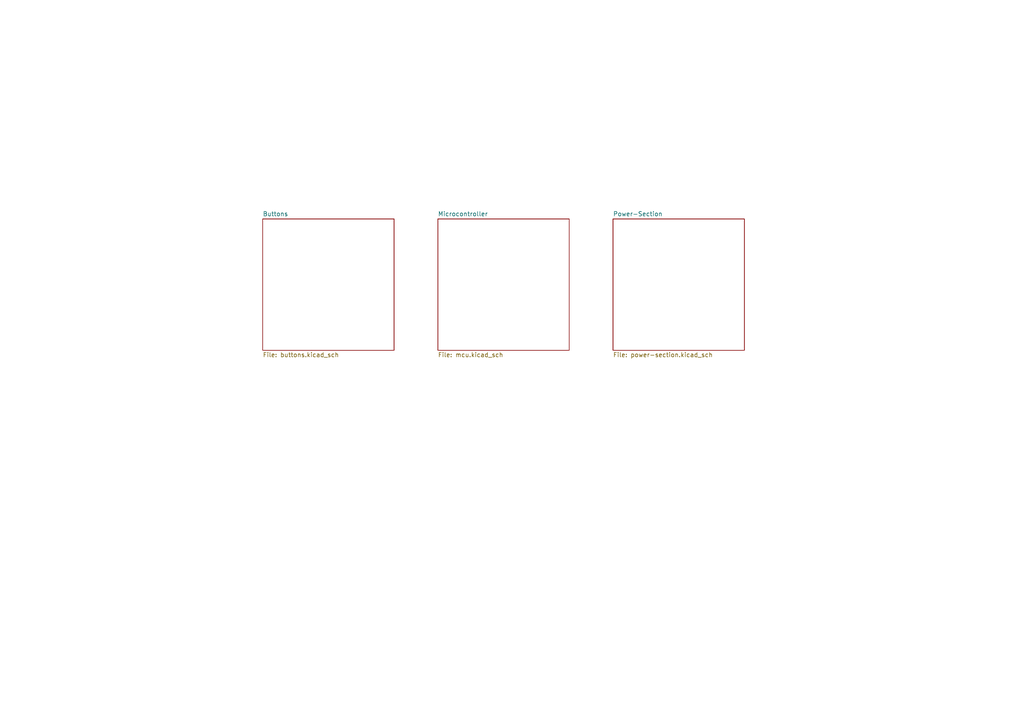
<source format=kicad_sch>
(kicad_sch
	(version 20250114)
	(generator "eeschema")
	(generator_version "9.0")
	(uuid "d0314a4b-dc44-4f98-b737-941b516bac3b")
	(paper "A4")
	(title_block
		(title "Numpad")
		(date "2025-10-28")
		(rev "v2.0")
		(company "Szymon Wąchała")
	)
	(lib_symbols)
	(sheet
		(at 127 63.5)
		(size 38.1 38.1)
		(exclude_from_sim no)
		(in_bom yes)
		(on_board yes)
		(dnp no)
		(fields_autoplaced yes)
		(stroke
			(width 0.1524)
			(type solid)
		)
		(fill
			(color 0 0 0 0.0000)
		)
		(uuid "26f87a3d-6f39-487d-aa3a-b75e820478ad")
		(property "Sheetname" "Microcontroller"
			(at 127 62.7884 0)
			(effects
				(font
					(size 1.27 1.27)
				)
				(justify left bottom)
			)
		)
		(property "Sheetfile" "mcu.kicad_sch"
			(at 127 102.1846 0)
			(effects
				(font
					(size 1.27 1.27)
				)
				(justify left top)
			)
		)
		(instances
			(project "Numpad"
				(path "/d0314a4b-dc44-4f98-b737-941b516bac3b"
					(page "3")
				)
			)
		)
	)
	(sheet
		(at 76.2 63.5)
		(size 38.1 38.1)
		(exclude_from_sim no)
		(in_bom yes)
		(on_board yes)
		(dnp no)
		(fields_autoplaced yes)
		(stroke
			(width 0.1524)
			(type solid)
		)
		(fill
			(color 0 0 0 0.0000)
		)
		(uuid "871689bb-827f-4663-9c0e-8b5fd8c03e80")
		(property "Sheetname" "Buttons"
			(at 76.2 62.7884 0)
			(effects
				(font
					(size 1.27 1.27)
				)
				(justify left bottom)
			)
		)
		(property "Sheetfile" "buttons.kicad_sch"
			(at 76.2 102.1846 0)
			(effects
				(font
					(size 1.27 1.27)
				)
				(justify left top)
			)
		)
		(instances
			(project "Numpad"
				(path "/d0314a4b-dc44-4f98-b737-941b516bac3b"
					(page "2")
				)
			)
		)
	)
	(sheet
		(at 177.8 63.5)
		(size 38.1 38.1)
		(exclude_from_sim no)
		(in_bom yes)
		(on_board yes)
		(dnp no)
		(fields_autoplaced yes)
		(stroke
			(width 0.1524)
			(type solid)
		)
		(fill
			(color 0 0 0 0.0000)
		)
		(uuid "b5cdeb70-9f82-447d-be97-ad404a6a817a")
		(property "Sheetname" "Power-Section"
			(at 177.8 62.7884 0)
			(effects
				(font
					(size 1.27 1.27)
				)
				(justify left bottom)
			)
		)
		(property "Sheetfile" "power-section.kicad_sch"
			(at 177.8 102.1846 0)
			(effects
				(font
					(size 1.27 1.27)
				)
				(justify left top)
			)
		)
		(instances
			(project "Numpad"
				(path "/d0314a4b-dc44-4f98-b737-941b516bac3b"
					(page "23")
				)
			)
		)
	)
	(sheet_instances
		(path "/"
			(page "1")
		)
	)
	(embedded_fonts no)
)

</source>
